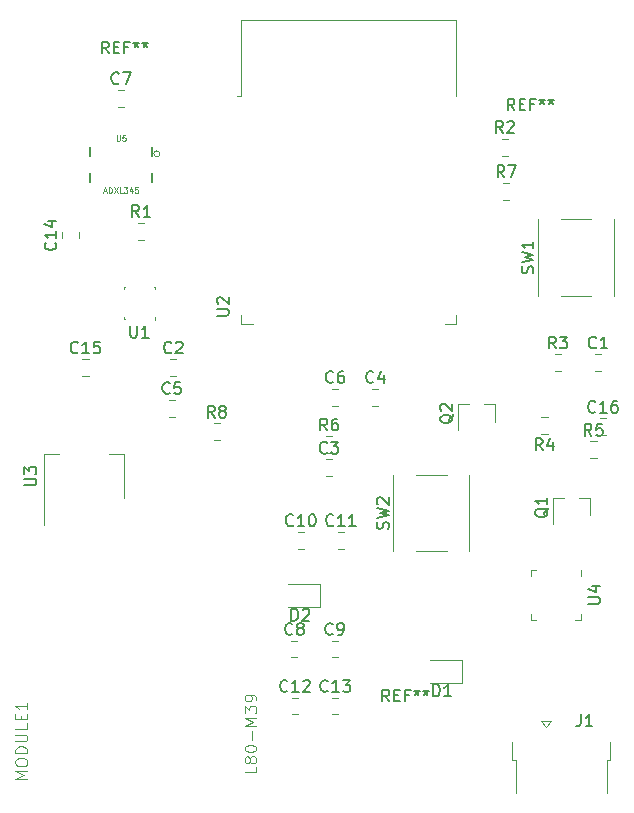
<source format=gto>
G04 #@! TF.GenerationSoftware,KiCad,Pcbnew,(5.0.1-3-g963ef8bb5)*
G04 #@! TF.CreationDate,2019-10-19T22:42:43+03:00*
G04 #@! TF.ProjectId,kangal-bcu,6B616E67616C2D6263752E6B69636164,rev?*
G04 #@! TF.SameCoordinates,Original*
G04 #@! TF.FileFunction,Legend,Top*
G04 #@! TF.FilePolarity,Positive*
%FSLAX46Y46*%
G04 Gerber Fmt 4.6, Leading zero omitted, Abs format (unit mm)*
G04 Created by KiCad (PCBNEW (5.0.1-3-g963ef8bb5)) date 2019 October 19, Saturday 22:42:43*
%MOMM*%
%LPD*%
G01*
G04 APERTURE LIST*
%ADD10C,0.120000*%
%ADD11C,0.100000*%
%ADD12C,0.203200*%
%ADD13C,0.150000*%
%ADD14C,0.050000*%
G04 APERTURE END LIST*
D10*
G04 #@! TO.C,C1*
X222657423Y-78811501D02*
X223174579Y-78811501D01*
X222657423Y-80231501D02*
X223174579Y-80231501D01*
G04 #@! TO.C,C2*
X186685422Y-80656500D02*
X187202578Y-80656500D01*
X186685422Y-79236500D02*
X187202578Y-79236500D01*
G04 #@! TO.C,C3*
X199879423Y-89126501D02*
X200396579Y-89126501D01*
X199879423Y-87706501D02*
X200396579Y-87706501D01*
G04 #@! TO.C,C4*
X203804923Y-81741501D02*
X204322079Y-81741501D01*
X203804923Y-83161501D02*
X204322079Y-83161501D01*
G04 #@! TO.C,C5*
X186558422Y-82665500D02*
X187075578Y-82665500D01*
X186558422Y-84085500D02*
X187075578Y-84085500D01*
G04 #@! TO.C,C6*
X200394923Y-83161501D02*
X200912079Y-83161501D01*
X200394923Y-81741501D02*
X200912079Y-81741501D01*
G04 #@! TO.C,C7*
X182240422Y-56440000D02*
X182757578Y-56440000D01*
X182240422Y-57860000D02*
X182757578Y-57860000D01*
G04 #@! TO.C,C8*
X196941423Y-104482001D02*
X197458579Y-104482001D01*
X196941423Y-103062001D02*
X197458579Y-103062001D01*
G04 #@! TO.C,C9*
X200351423Y-103062001D02*
X200868579Y-103062001D01*
X200351423Y-104482001D02*
X200868579Y-104482001D01*
G04 #@! TO.C,C10*
X197474923Y-95274501D02*
X197992079Y-95274501D01*
X197474923Y-93854501D02*
X197992079Y-93854501D01*
G04 #@! TO.C,C11*
X200884923Y-93854501D02*
X201402079Y-93854501D01*
X200884923Y-95274501D02*
X201402079Y-95274501D01*
G04 #@! TO.C,C12*
X196992423Y-107888001D02*
X197509579Y-107888001D01*
X196992423Y-109308001D02*
X197509579Y-109308001D01*
G04 #@! TO.C,C13*
X200402423Y-109308001D02*
X200919579Y-109308001D01*
X200402423Y-107888001D02*
X200919579Y-107888001D01*
G04 #@! TO.C,C14*
X178954500Y-68980578D02*
X178954500Y-68463422D01*
X177534500Y-68980578D02*
X177534500Y-68463422D01*
G04 #@! TO.C,C15*
X179255922Y-80656500D02*
X179773078Y-80656500D01*
X179255922Y-79236500D02*
X179773078Y-79236500D01*
G04 #@! TO.C,C16*
X223075923Y-84249001D02*
X223593079Y-84249001D01*
X223075923Y-85669001D02*
X223593079Y-85669001D01*
G04 #@! TO.C,D1*
X208677000Y-106624000D02*
X211362000Y-106624000D01*
X211362000Y-106624000D02*
X211362000Y-104704000D01*
X211362000Y-104704000D02*
X208677000Y-104704000D01*
G04 #@! TO.C,D2*
X196687499Y-100215999D02*
X199372499Y-100215999D01*
X199372499Y-100215999D02*
X199372499Y-98295999D01*
X199372499Y-98295999D02*
X196687499Y-98295999D01*
G04 #@! TO.C,J1*
X215662000Y-113155500D02*
X215662000Y-111605500D01*
X215662000Y-113155500D02*
X215962000Y-113155500D01*
X215962000Y-115955500D02*
X215962000Y-113155500D01*
X223962000Y-113155500D02*
X223962000Y-111605500D01*
X223662000Y-113155500D02*
X223962000Y-113155500D01*
X223662000Y-115955500D02*
X223662000Y-113155500D01*
X218912000Y-109905500D02*
X218512000Y-110355500D01*
X218112000Y-109905500D02*
X218912000Y-109905500D01*
X218512000Y-110355500D02*
X218112000Y-109905500D01*
G04 #@! TO.C,Q1*
X222242500Y-90997500D02*
X222242500Y-92457500D01*
X219082500Y-90997500D02*
X219082500Y-93157500D01*
X219082500Y-90997500D02*
X220012500Y-90997500D01*
X222242500Y-90997500D02*
X221312500Y-90997500D01*
G04 #@! TO.C,Q2*
X214178000Y-83060000D02*
X213248000Y-83060000D01*
X211018000Y-83060000D02*
X211948000Y-83060000D01*
X211018000Y-83060000D02*
X211018000Y-85220000D01*
X214178000Y-83060000D02*
X214178000Y-84520000D01*
G04 #@! TO.C,R1*
X183954922Y-69099500D02*
X184472078Y-69099500D01*
X183954922Y-67679500D02*
X184472078Y-67679500D01*
G04 #@! TO.C,R2*
X214752422Y-60567500D02*
X215269578Y-60567500D01*
X214752422Y-61987500D02*
X215269578Y-61987500D01*
G04 #@! TO.C,R3*
X219247423Y-80231501D02*
X219764579Y-80231501D01*
X219247423Y-78811501D02*
X219764579Y-78811501D01*
G04 #@! TO.C,R4*
X218635078Y-85546000D02*
X218117922Y-85546000D01*
X218635078Y-84126000D02*
X218117922Y-84126000D01*
G04 #@! TO.C,R5*
X222265923Y-86199001D02*
X222783079Y-86199001D01*
X222265923Y-87619001D02*
X222783079Y-87619001D01*
G04 #@! TO.C,R6*
X199879423Y-87176501D02*
X200396579Y-87176501D01*
X199879423Y-85756501D02*
X200396579Y-85756501D01*
G04 #@! TO.C,R7*
X214894422Y-64314000D02*
X215411578Y-64314000D01*
X214894422Y-65734000D02*
X215411578Y-65734000D01*
G04 #@! TO.C,R8*
X190357423Y-86092001D02*
X190874579Y-86092001D01*
X190357423Y-84672001D02*
X190874579Y-84672001D01*
G04 #@! TO.C,SW1*
X224273500Y-73842000D02*
X224273500Y-67382000D01*
X219743500Y-73842000D02*
X222343500Y-73842000D01*
X217813500Y-73842000D02*
X217813500Y-67382000D01*
X219743500Y-67382000D02*
X222343500Y-67382000D01*
X217843500Y-73842000D02*
X217813500Y-73842000D01*
X224273500Y-73842000D02*
X224243500Y-73842000D01*
X224273500Y-67382000D02*
X224243500Y-67382000D01*
X217813500Y-67382000D02*
X217843500Y-67382000D01*
G04 #@! TO.C,SW2*
X205558000Y-89035500D02*
X205588000Y-89035500D01*
X212018000Y-89035500D02*
X211988000Y-89035500D01*
X212018000Y-95495500D02*
X211988000Y-95495500D01*
X205588000Y-95495500D02*
X205558000Y-95495500D01*
X207488000Y-89035500D02*
X210088000Y-89035500D01*
X205558000Y-95495500D02*
X205558000Y-89035500D01*
X207488000Y-95495500D02*
X210088000Y-95495500D01*
X212018000Y-95495500D02*
X212018000Y-89035500D01*
D11*
G04 #@! TO.C,U1*
X185436500Y-73125500D02*
X185286500Y-73125500D01*
X185436500Y-73135500D02*
X185436500Y-73285500D01*
X182736500Y-73135500D02*
X182736500Y-73285500D01*
X182736500Y-73135500D02*
X182886500Y-73135500D01*
X182886500Y-75835500D02*
X182736500Y-75835500D01*
X182736500Y-75835500D02*
X182736500Y-75685500D01*
X185436500Y-75685500D02*
X185436500Y-75935500D01*
D10*
G04 #@! TO.C,U2*
X192683000Y-75457500D02*
X192683000Y-76237500D01*
X192683000Y-76237500D02*
X193683000Y-76237500D01*
X210923000Y-75457500D02*
X210923000Y-76237500D01*
X210923000Y-76237500D02*
X209923000Y-76237500D01*
X192683000Y-50492500D02*
X210923000Y-50492500D01*
X210923000Y-50492500D02*
X210923000Y-56912500D01*
X192683000Y-50492500D02*
X192683000Y-56912500D01*
X192683000Y-56912500D02*
X192303000Y-56912500D01*
G04 #@! TO.C,U3*
X182797500Y-87244000D02*
X181537500Y-87244000D01*
X175977500Y-87244000D02*
X177237500Y-87244000D01*
X182797500Y-91004000D02*
X182797500Y-87244000D01*
X175977500Y-93254000D02*
X175977500Y-87244000D01*
G04 #@! TO.C,U4*
X221439000Y-100822000D02*
X221439000Y-101297000D01*
X221439000Y-101297000D02*
X220964000Y-101297000D01*
X217219000Y-97552000D02*
X217219000Y-97077000D01*
X217219000Y-97077000D02*
X217694000Y-97077000D01*
X217219000Y-100822000D02*
X217219000Y-101297000D01*
X217219000Y-101297000D02*
X217694000Y-101297000D01*
X221439000Y-97552000D02*
X221439000Y-97077000D01*
D12*
G04 #@! TO.C,U5*
X185145000Y-61233100D02*
X185145000Y-62033100D01*
X185145000Y-63433100D02*
X185145000Y-64233100D01*
X179891000Y-64233100D02*
X179891000Y-63433100D01*
X179891000Y-62033100D02*
X179891000Y-61233100D01*
D11*
X185804000Y-61844100D02*
G75*
G03X185804000Y-61844100I-254000J0D01*
G01*
G04 #@! TO.C,C1*
D13*
X222749334Y-78228643D02*
X222701715Y-78276262D01*
X222558858Y-78323881D01*
X222463620Y-78323881D01*
X222320762Y-78276262D01*
X222225524Y-78181024D01*
X222177905Y-78085786D01*
X222130286Y-77895310D01*
X222130286Y-77752453D01*
X222177905Y-77561977D01*
X222225524Y-77466739D01*
X222320762Y-77371501D01*
X222463620Y-77323881D01*
X222558858Y-77323881D01*
X222701715Y-77371501D01*
X222749334Y-77419120D01*
X223701715Y-78323881D02*
X223130286Y-78323881D01*
X223416001Y-78323881D02*
X223416001Y-77323881D01*
X223320762Y-77466739D01*
X223225524Y-77561977D01*
X223130286Y-77609596D01*
G04 #@! TO.C,C2*
X186777333Y-78653642D02*
X186729714Y-78701261D01*
X186586857Y-78748880D01*
X186491619Y-78748880D01*
X186348761Y-78701261D01*
X186253523Y-78606023D01*
X186205904Y-78510785D01*
X186158285Y-78320309D01*
X186158285Y-78177452D01*
X186205904Y-77986976D01*
X186253523Y-77891738D01*
X186348761Y-77796500D01*
X186491619Y-77748880D01*
X186586857Y-77748880D01*
X186729714Y-77796500D01*
X186777333Y-77844119D01*
X187158285Y-77844119D02*
X187205904Y-77796500D01*
X187301142Y-77748880D01*
X187539238Y-77748880D01*
X187634476Y-77796500D01*
X187682095Y-77844119D01*
X187729714Y-77939357D01*
X187729714Y-78034595D01*
X187682095Y-78177452D01*
X187110666Y-78748880D01*
X187729714Y-78748880D01*
G04 #@! TO.C,C3*
X199971334Y-87123643D02*
X199923715Y-87171262D01*
X199780858Y-87218881D01*
X199685620Y-87218881D01*
X199542762Y-87171262D01*
X199447524Y-87076024D01*
X199399905Y-86980786D01*
X199352286Y-86790310D01*
X199352286Y-86647453D01*
X199399905Y-86456977D01*
X199447524Y-86361739D01*
X199542762Y-86266501D01*
X199685620Y-86218881D01*
X199780858Y-86218881D01*
X199923715Y-86266501D01*
X199971334Y-86314120D01*
X200304667Y-86218881D02*
X200923715Y-86218881D01*
X200590381Y-86599834D01*
X200733239Y-86599834D01*
X200828477Y-86647453D01*
X200876096Y-86695072D01*
X200923715Y-86790310D01*
X200923715Y-87028405D01*
X200876096Y-87123643D01*
X200828477Y-87171262D01*
X200733239Y-87218881D01*
X200447524Y-87218881D01*
X200352286Y-87171262D01*
X200304667Y-87123643D01*
G04 #@! TO.C,C4*
X203896834Y-81158643D02*
X203849215Y-81206262D01*
X203706358Y-81253881D01*
X203611120Y-81253881D01*
X203468262Y-81206262D01*
X203373024Y-81111024D01*
X203325405Y-81015786D01*
X203277786Y-80825310D01*
X203277786Y-80682453D01*
X203325405Y-80491977D01*
X203373024Y-80396739D01*
X203468262Y-80301501D01*
X203611120Y-80253881D01*
X203706358Y-80253881D01*
X203849215Y-80301501D01*
X203896834Y-80349120D01*
X204753977Y-80587215D02*
X204753977Y-81253881D01*
X204515881Y-80206262D02*
X204277786Y-80920548D01*
X204896834Y-80920548D01*
G04 #@! TO.C,C5*
X186650333Y-82082642D02*
X186602714Y-82130261D01*
X186459857Y-82177880D01*
X186364619Y-82177880D01*
X186221761Y-82130261D01*
X186126523Y-82035023D01*
X186078904Y-81939785D01*
X186031285Y-81749309D01*
X186031285Y-81606452D01*
X186078904Y-81415976D01*
X186126523Y-81320738D01*
X186221761Y-81225500D01*
X186364619Y-81177880D01*
X186459857Y-81177880D01*
X186602714Y-81225500D01*
X186650333Y-81273119D01*
X187555095Y-81177880D02*
X187078904Y-81177880D01*
X187031285Y-81654071D01*
X187078904Y-81606452D01*
X187174142Y-81558833D01*
X187412238Y-81558833D01*
X187507476Y-81606452D01*
X187555095Y-81654071D01*
X187602714Y-81749309D01*
X187602714Y-81987404D01*
X187555095Y-82082642D01*
X187507476Y-82130261D01*
X187412238Y-82177880D01*
X187174142Y-82177880D01*
X187078904Y-82130261D01*
X187031285Y-82082642D01*
G04 #@! TO.C,C6*
X200486834Y-81158643D02*
X200439215Y-81206262D01*
X200296358Y-81253881D01*
X200201120Y-81253881D01*
X200058262Y-81206262D01*
X199963024Y-81111024D01*
X199915405Y-81015786D01*
X199867786Y-80825310D01*
X199867786Y-80682453D01*
X199915405Y-80491977D01*
X199963024Y-80396739D01*
X200058262Y-80301501D01*
X200201120Y-80253881D01*
X200296358Y-80253881D01*
X200439215Y-80301501D01*
X200486834Y-80349120D01*
X201343977Y-80253881D02*
X201153501Y-80253881D01*
X201058262Y-80301501D01*
X201010643Y-80349120D01*
X200915405Y-80491977D01*
X200867786Y-80682453D01*
X200867786Y-81063405D01*
X200915405Y-81158643D01*
X200963024Y-81206262D01*
X201058262Y-81253881D01*
X201248739Y-81253881D01*
X201343977Y-81206262D01*
X201391596Y-81158643D01*
X201439215Y-81063405D01*
X201439215Y-80825310D01*
X201391596Y-80730072D01*
X201343977Y-80682453D01*
X201248739Y-80634834D01*
X201058262Y-80634834D01*
X200963024Y-80682453D01*
X200915405Y-80730072D01*
X200867786Y-80825310D01*
G04 #@! TO.C,C7*
X182332333Y-55857142D02*
X182284714Y-55904761D01*
X182141857Y-55952380D01*
X182046619Y-55952380D01*
X181903761Y-55904761D01*
X181808523Y-55809523D01*
X181760904Y-55714285D01*
X181713285Y-55523809D01*
X181713285Y-55380952D01*
X181760904Y-55190476D01*
X181808523Y-55095238D01*
X181903761Y-55000000D01*
X182046619Y-54952380D01*
X182141857Y-54952380D01*
X182284714Y-55000000D01*
X182332333Y-55047619D01*
X182665666Y-54952380D02*
X183332333Y-54952380D01*
X182903761Y-55952380D01*
G04 #@! TO.C,C8*
X197033334Y-102479143D02*
X196985715Y-102526762D01*
X196842858Y-102574381D01*
X196747620Y-102574381D01*
X196604762Y-102526762D01*
X196509524Y-102431524D01*
X196461905Y-102336286D01*
X196414286Y-102145810D01*
X196414286Y-102002953D01*
X196461905Y-101812477D01*
X196509524Y-101717239D01*
X196604762Y-101622001D01*
X196747620Y-101574381D01*
X196842858Y-101574381D01*
X196985715Y-101622001D01*
X197033334Y-101669620D01*
X197604762Y-102002953D02*
X197509524Y-101955334D01*
X197461905Y-101907715D01*
X197414286Y-101812477D01*
X197414286Y-101764858D01*
X197461905Y-101669620D01*
X197509524Y-101622001D01*
X197604762Y-101574381D01*
X197795239Y-101574381D01*
X197890477Y-101622001D01*
X197938096Y-101669620D01*
X197985715Y-101764858D01*
X197985715Y-101812477D01*
X197938096Y-101907715D01*
X197890477Y-101955334D01*
X197795239Y-102002953D01*
X197604762Y-102002953D01*
X197509524Y-102050572D01*
X197461905Y-102098191D01*
X197414286Y-102193429D01*
X197414286Y-102383905D01*
X197461905Y-102479143D01*
X197509524Y-102526762D01*
X197604762Y-102574381D01*
X197795239Y-102574381D01*
X197890477Y-102526762D01*
X197938096Y-102479143D01*
X197985715Y-102383905D01*
X197985715Y-102193429D01*
X197938096Y-102098191D01*
X197890477Y-102050572D01*
X197795239Y-102002953D01*
G04 #@! TO.C,C9*
X200443334Y-102479143D02*
X200395715Y-102526762D01*
X200252858Y-102574381D01*
X200157620Y-102574381D01*
X200014762Y-102526762D01*
X199919524Y-102431524D01*
X199871905Y-102336286D01*
X199824286Y-102145810D01*
X199824286Y-102002953D01*
X199871905Y-101812477D01*
X199919524Y-101717239D01*
X200014762Y-101622001D01*
X200157620Y-101574381D01*
X200252858Y-101574381D01*
X200395715Y-101622001D01*
X200443334Y-101669620D01*
X200919524Y-102574381D02*
X201110001Y-102574381D01*
X201205239Y-102526762D01*
X201252858Y-102479143D01*
X201348096Y-102336286D01*
X201395715Y-102145810D01*
X201395715Y-101764858D01*
X201348096Y-101669620D01*
X201300477Y-101622001D01*
X201205239Y-101574381D01*
X201014762Y-101574381D01*
X200919524Y-101622001D01*
X200871905Y-101669620D01*
X200824286Y-101764858D01*
X200824286Y-102002953D01*
X200871905Y-102098191D01*
X200919524Y-102145810D01*
X201014762Y-102193429D01*
X201205239Y-102193429D01*
X201300477Y-102145810D01*
X201348096Y-102098191D01*
X201395715Y-102002953D01*
G04 #@! TO.C,C10*
X197090643Y-93271643D02*
X197043024Y-93319262D01*
X196900167Y-93366881D01*
X196804929Y-93366881D01*
X196662072Y-93319262D01*
X196566834Y-93224024D01*
X196519215Y-93128786D01*
X196471596Y-92938310D01*
X196471596Y-92795453D01*
X196519215Y-92604977D01*
X196566834Y-92509739D01*
X196662072Y-92414501D01*
X196804929Y-92366881D01*
X196900167Y-92366881D01*
X197043024Y-92414501D01*
X197090643Y-92462120D01*
X198043024Y-93366881D02*
X197471596Y-93366881D01*
X197757310Y-93366881D02*
X197757310Y-92366881D01*
X197662072Y-92509739D01*
X197566834Y-92604977D01*
X197471596Y-92652596D01*
X198662072Y-92366881D02*
X198757310Y-92366881D01*
X198852548Y-92414501D01*
X198900167Y-92462120D01*
X198947786Y-92557358D01*
X198995405Y-92747834D01*
X198995405Y-92985929D01*
X198947786Y-93176405D01*
X198900167Y-93271643D01*
X198852548Y-93319262D01*
X198757310Y-93366881D01*
X198662072Y-93366881D01*
X198566834Y-93319262D01*
X198519215Y-93271643D01*
X198471596Y-93176405D01*
X198423977Y-92985929D01*
X198423977Y-92747834D01*
X198471596Y-92557358D01*
X198519215Y-92462120D01*
X198566834Y-92414501D01*
X198662072Y-92366881D01*
G04 #@! TO.C,C11*
X200500643Y-93271643D02*
X200453024Y-93319262D01*
X200310167Y-93366881D01*
X200214929Y-93366881D01*
X200072072Y-93319262D01*
X199976834Y-93224024D01*
X199929215Y-93128786D01*
X199881596Y-92938310D01*
X199881596Y-92795453D01*
X199929215Y-92604977D01*
X199976834Y-92509739D01*
X200072072Y-92414501D01*
X200214929Y-92366881D01*
X200310167Y-92366881D01*
X200453024Y-92414501D01*
X200500643Y-92462120D01*
X201453024Y-93366881D02*
X200881596Y-93366881D01*
X201167310Y-93366881D02*
X201167310Y-92366881D01*
X201072072Y-92509739D01*
X200976834Y-92604977D01*
X200881596Y-92652596D01*
X202405405Y-93366881D02*
X201833977Y-93366881D01*
X202119691Y-93366881D02*
X202119691Y-92366881D01*
X202024453Y-92509739D01*
X201929215Y-92604977D01*
X201833977Y-92652596D01*
G04 #@! TO.C,C12*
X196608143Y-107305143D02*
X196560524Y-107352762D01*
X196417667Y-107400381D01*
X196322429Y-107400381D01*
X196179572Y-107352762D01*
X196084334Y-107257524D01*
X196036715Y-107162286D01*
X195989096Y-106971810D01*
X195989096Y-106828953D01*
X196036715Y-106638477D01*
X196084334Y-106543239D01*
X196179572Y-106448001D01*
X196322429Y-106400381D01*
X196417667Y-106400381D01*
X196560524Y-106448001D01*
X196608143Y-106495620D01*
X197560524Y-107400381D02*
X196989096Y-107400381D01*
X197274810Y-107400381D02*
X197274810Y-106400381D01*
X197179572Y-106543239D01*
X197084334Y-106638477D01*
X196989096Y-106686096D01*
X197941477Y-106495620D02*
X197989096Y-106448001D01*
X198084334Y-106400381D01*
X198322429Y-106400381D01*
X198417667Y-106448001D01*
X198465286Y-106495620D01*
X198512905Y-106590858D01*
X198512905Y-106686096D01*
X198465286Y-106828953D01*
X197893858Y-107400381D01*
X198512905Y-107400381D01*
G04 #@! TO.C,C13*
X200018143Y-107305143D02*
X199970524Y-107352762D01*
X199827667Y-107400381D01*
X199732429Y-107400381D01*
X199589572Y-107352762D01*
X199494334Y-107257524D01*
X199446715Y-107162286D01*
X199399096Y-106971810D01*
X199399096Y-106828953D01*
X199446715Y-106638477D01*
X199494334Y-106543239D01*
X199589572Y-106448001D01*
X199732429Y-106400381D01*
X199827667Y-106400381D01*
X199970524Y-106448001D01*
X200018143Y-106495620D01*
X200970524Y-107400381D02*
X200399096Y-107400381D01*
X200684810Y-107400381D02*
X200684810Y-106400381D01*
X200589572Y-106543239D01*
X200494334Y-106638477D01*
X200399096Y-106686096D01*
X201303858Y-106400381D02*
X201922905Y-106400381D01*
X201589572Y-106781334D01*
X201732429Y-106781334D01*
X201827667Y-106828953D01*
X201875286Y-106876572D01*
X201922905Y-106971810D01*
X201922905Y-107209905D01*
X201875286Y-107305143D01*
X201827667Y-107352762D01*
X201732429Y-107400381D01*
X201446715Y-107400381D01*
X201351477Y-107352762D01*
X201303858Y-107305143D01*
G04 #@! TO.C,C14*
X176951642Y-69364857D02*
X176999261Y-69412476D01*
X177046880Y-69555333D01*
X177046880Y-69650571D01*
X176999261Y-69793428D01*
X176904023Y-69888666D01*
X176808785Y-69936285D01*
X176618309Y-69983904D01*
X176475452Y-69983904D01*
X176284976Y-69936285D01*
X176189738Y-69888666D01*
X176094500Y-69793428D01*
X176046880Y-69650571D01*
X176046880Y-69555333D01*
X176094500Y-69412476D01*
X176142119Y-69364857D01*
X177046880Y-68412476D02*
X177046880Y-68983904D01*
X177046880Y-68698190D02*
X176046880Y-68698190D01*
X176189738Y-68793428D01*
X176284976Y-68888666D01*
X176332595Y-68983904D01*
X176380214Y-67555333D02*
X177046880Y-67555333D01*
X175999261Y-67793428D02*
X176713547Y-68031523D01*
X176713547Y-67412476D01*
G04 #@! TO.C,C15*
X178871642Y-78653642D02*
X178824023Y-78701261D01*
X178681166Y-78748880D01*
X178585928Y-78748880D01*
X178443071Y-78701261D01*
X178347833Y-78606023D01*
X178300214Y-78510785D01*
X178252595Y-78320309D01*
X178252595Y-78177452D01*
X178300214Y-77986976D01*
X178347833Y-77891738D01*
X178443071Y-77796500D01*
X178585928Y-77748880D01*
X178681166Y-77748880D01*
X178824023Y-77796500D01*
X178871642Y-77844119D01*
X179824023Y-78748880D02*
X179252595Y-78748880D01*
X179538309Y-78748880D02*
X179538309Y-77748880D01*
X179443071Y-77891738D01*
X179347833Y-77986976D01*
X179252595Y-78034595D01*
X180728785Y-77748880D02*
X180252595Y-77748880D01*
X180204976Y-78225071D01*
X180252595Y-78177452D01*
X180347833Y-78129833D01*
X180585928Y-78129833D01*
X180681166Y-78177452D01*
X180728785Y-78225071D01*
X180776404Y-78320309D01*
X180776404Y-78558404D01*
X180728785Y-78653642D01*
X180681166Y-78701261D01*
X180585928Y-78748880D01*
X180347833Y-78748880D01*
X180252595Y-78701261D01*
X180204976Y-78653642D01*
G04 #@! TO.C,C16*
X222691643Y-83666143D02*
X222644024Y-83713762D01*
X222501167Y-83761381D01*
X222405929Y-83761381D01*
X222263072Y-83713762D01*
X222167834Y-83618524D01*
X222120215Y-83523286D01*
X222072596Y-83332810D01*
X222072596Y-83189953D01*
X222120215Y-82999477D01*
X222167834Y-82904239D01*
X222263072Y-82809001D01*
X222405929Y-82761381D01*
X222501167Y-82761381D01*
X222644024Y-82809001D01*
X222691643Y-82856620D01*
X223644024Y-83761381D02*
X223072596Y-83761381D01*
X223358310Y-83761381D02*
X223358310Y-82761381D01*
X223263072Y-82904239D01*
X223167834Y-82999477D01*
X223072596Y-83047096D01*
X224501167Y-82761381D02*
X224310691Y-82761381D01*
X224215453Y-82809001D01*
X224167834Y-82856620D01*
X224072596Y-82999477D01*
X224024977Y-83189953D01*
X224024977Y-83570905D01*
X224072596Y-83666143D01*
X224120215Y-83713762D01*
X224215453Y-83761381D01*
X224405929Y-83761381D01*
X224501167Y-83713762D01*
X224548786Y-83666143D01*
X224596405Y-83570905D01*
X224596405Y-83332810D01*
X224548786Y-83237572D01*
X224501167Y-83189953D01*
X224405929Y-83142334D01*
X224215453Y-83142334D01*
X224120215Y-83189953D01*
X224072596Y-83237572D01*
X224024977Y-83332810D01*
G04 #@! TO.C,D1*
X208938904Y-107766380D02*
X208938904Y-106766380D01*
X209177000Y-106766380D01*
X209319857Y-106814000D01*
X209415095Y-106909238D01*
X209462714Y-107004476D01*
X209510333Y-107194952D01*
X209510333Y-107337809D01*
X209462714Y-107528285D01*
X209415095Y-107623523D01*
X209319857Y-107718761D01*
X209177000Y-107766380D01*
X208938904Y-107766380D01*
X210462714Y-107766380D02*
X209891285Y-107766380D01*
X210177000Y-107766380D02*
X210177000Y-106766380D01*
X210081761Y-106909238D01*
X209986523Y-107004476D01*
X209891285Y-107052095D01*
G04 #@! TO.C,D2*
X196949403Y-101358379D02*
X196949403Y-100358379D01*
X197187499Y-100358379D01*
X197330356Y-100405999D01*
X197425594Y-100501237D01*
X197473213Y-100596475D01*
X197520832Y-100786951D01*
X197520832Y-100929808D01*
X197473213Y-101120284D01*
X197425594Y-101215522D01*
X197330356Y-101310760D01*
X197187499Y-101358379D01*
X196949403Y-101358379D01*
X197901784Y-100453618D02*
X197949403Y-100405999D01*
X198044641Y-100358379D01*
X198282737Y-100358379D01*
X198377975Y-100405999D01*
X198425594Y-100453618D01*
X198473213Y-100548856D01*
X198473213Y-100644094D01*
X198425594Y-100786951D01*
X197854165Y-101358379D01*
X198473213Y-101358379D01*
G04 #@! TO.C,J1*
X221428666Y-109307880D02*
X221428666Y-110022166D01*
X221381047Y-110165023D01*
X221285809Y-110260261D01*
X221142952Y-110307880D01*
X221047714Y-110307880D01*
X222428666Y-110307880D02*
X221857238Y-110307880D01*
X222142952Y-110307880D02*
X222142952Y-109307880D01*
X222047714Y-109450738D01*
X221952476Y-109545976D01*
X221857238Y-109593595D01*
G04 #@! TO.C,MODULE1*
D14*
X174581958Y-114786958D02*
X173581478Y-114786958D01*
X174296106Y-114453465D01*
X173581478Y-114119971D01*
X174581958Y-114119971D01*
X173581478Y-113452985D02*
X173581478Y-113262417D01*
X173629120Y-113167133D01*
X173724403Y-113071850D01*
X173914971Y-113024208D01*
X174248464Y-113024208D01*
X174439032Y-113071850D01*
X174534316Y-113167133D01*
X174581958Y-113262417D01*
X174581958Y-113452985D01*
X174534316Y-113548269D01*
X174439032Y-113643552D01*
X174248464Y-113691194D01*
X173914971Y-113691194D01*
X173724403Y-113643552D01*
X173629120Y-113548269D01*
X173581478Y-113452985D01*
X174581958Y-112595430D02*
X173581478Y-112595430D01*
X173581478Y-112357221D01*
X173629120Y-112214295D01*
X173724403Y-112119011D01*
X173819687Y-112071370D01*
X174010255Y-112023728D01*
X174153180Y-112023728D01*
X174343748Y-112071370D01*
X174439032Y-112119011D01*
X174534316Y-112214295D01*
X174581958Y-112357221D01*
X174581958Y-112595430D01*
X173581478Y-111594950D02*
X174391390Y-111594950D01*
X174486674Y-111547309D01*
X174534316Y-111499667D01*
X174581958Y-111404383D01*
X174581958Y-111213815D01*
X174534316Y-111118531D01*
X174486674Y-111070890D01*
X174391390Y-111023248D01*
X173581478Y-111023248D01*
X174581958Y-110070410D02*
X174581958Y-110546829D01*
X173581478Y-110546829D01*
X174057897Y-109736916D02*
X174057897Y-109403423D01*
X174581958Y-109260497D02*
X174581958Y-109736916D01*
X173581478Y-109736916D01*
X173581478Y-109260497D01*
X174581958Y-108307659D02*
X174581958Y-108879362D01*
X174581958Y-108593510D02*
X173581478Y-108593510D01*
X173724403Y-108688794D01*
X173819687Y-108784078D01*
X173867329Y-108879362D01*
X193985520Y-113728030D02*
X193985520Y-114204630D01*
X192984660Y-114204630D01*
X193413600Y-113251430D02*
X193365940Y-113346750D01*
X193318280Y-113394410D01*
X193222960Y-113442070D01*
X193175300Y-113442070D01*
X193079980Y-113394410D01*
X193032320Y-113346750D01*
X192984660Y-113251430D01*
X192984660Y-113060790D01*
X193032320Y-112965470D01*
X193079980Y-112917810D01*
X193175300Y-112870150D01*
X193222960Y-112870150D01*
X193318280Y-112917810D01*
X193365940Y-112965470D01*
X193413600Y-113060790D01*
X193413600Y-113251430D01*
X193461260Y-113346750D01*
X193508920Y-113394410D01*
X193604240Y-113442070D01*
X193794880Y-113442070D01*
X193890200Y-113394410D01*
X193937860Y-113346750D01*
X193985520Y-113251430D01*
X193985520Y-113060790D01*
X193937860Y-112965470D01*
X193890200Y-112917810D01*
X193794880Y-112870150D01*
X193604240Y-112870150D01*
X193508920Y-112917810D01*
X193461260Y-112965470D01*
X193413600Y-113060790D01*
X192984660Y-112250570D02*
X192984660Y-112155250D01*
X193032320Y-112059930D01*
X193079980Y-112012270D01*
X193175300Y-111964610D01*
X193365940Y-111916950D01*
X193604240Y-111916950D01*
X193794880Y-111964610D01*
X193890200Y-112012270D01*
X193937860Y-112059930D01*
X193985520Y-112155250D01*
X193985520Y-112250570D01*
X193937860Y-112345890D01*
X193890200Y-112393550D01*
X193794880Y-112441210D01*
X193604240Y-112488870D01*
X193365940Y-112488870D01*
X193175300Y-112441210D01*
X193079980Y-112393550D01*
X193032320Y-112345890D01*
X192984660Y-112250570D01*
X193604240Y-111488010D02*
X193604240Y-110725450D01*
X193985520Y-110248850D02*
X192984660Y-110248850D01*
X193699560Y-109915230D01*
X192984660Y-109581610D01*
X193985520Y-109581610D01*
X192984660Y-109200330D02*
X192984660Y-108580750D01*
X193365940Y-108914370D01*
X193365940Y-108771390D01*
X193413600Y-108676070D01*
X193461260Y-108628410D01*
X193556580Y-108580750D01*
X193794880Y-108580750D01*
X193890200Y-108628410D01*
X193937860Y-108676070D01*
X193985520Y-108771390D01*
X193985520Y-109057350D01*
X193937860Y-109152670D01*
X193890200Y-109200330D01*
X193985520Y-108104150D02*
X193985520Y-107913510D01*
X193937860Y-107818190D01*
X193890200Y-107770530D01*
X193747220Y-107675210D01*
X193556580Y-107627550D01*
X193175300Y-107627550D01*
X193079980Y-107675210D01*
X193032320Y-107722870D01*
X192984660Y-107818190D01*
X192984660Y-108008830D01*
X193032320Y-108104150D01*
X193079980Y-108151810D01*
X193175300Y-108199470D01*
X193413600Y-108199470D01*
X193508920Y-108151810D01*
X193556580Y-108104150D01*
X193604240Y-108008830D01*
X193604240Y-107818190D01*
X193556580Y-107722870D01*
X193508920Y-107675210D01*
X193413600Y-107627550D01*
G04 #@! TO.C,Q1*
D13*
X218710119Y-91852738D02*
X218662500Y-91947976D01*
X218567261Y-92043214D01*
X218424404Y-92186071D01*
X218376785Y-92281309D01*
X218376785Y-92376547D01*
X218614880Y-92328928D02*
X218567261Y-92424166D01*
X218472023Y-92519404D01*
X218281547Y-92567023D01*
X217948214Y-92567023D01*
X217757738Y-92519404D01*
X217662500Y-92424166D01*
X217614880Y-92328928D01*
X217614880Y-92138452D01*
X217662500Y-92043214D01*
X217757738Y-91947976D01*
X217948214Y-91900357D01*
X218281547Y-91900357D01*
X218472023Y-91947976D01*
X218567261Y-92043214D01*
X218614880Y-92138452D01*
X218614880Y-92328928D01*
X218614880Y-90947976D02*
X218614880Y-91519404D01*
X218614880Y-91233690D02*
X217614880Y-91233690D01*
X217757738Y-91328928D01*
X217852976Y-91424166D01*
X217900595Y-91519404D01*
G04 #@! TO.C,Q2*
X210645619Y-83915238D02*
X210598000Y-84010476D01*
X210502761Y-84105714D01*
X210359904Y-84248571D01*
X210312285Y-84343809D01*
X210312285Y-84439047D01*
X210550380Y-84391428D02*
X210502761Y-84486666D01*
X210407523Y-84581904D01*
X210217047Y-84629523D01*
X209883714Y-84629523D01*
X209693238Y-84581904D01*
X209598000Y-84486666D01*
X209550380Y-84391428D01*
X209550380Y-84200952D01*
X209598000Y-84105714D01*
X209693238Y-84010476D01*
X209883714Y-83962857D01*
X210217047Y-83962857D01*
X210407523Y-84010476D01*
X210502761Y-84105714D01*
X210550380Y-84200952D01*
X210550380Y-84391428D01*
X209645619Y-83581904D02*
X209598000Y-83534285D01*
X209550380Y-83439047D01*
X209550380Y-83200952D01*
X209598000Y-83105714D01*
X209645619Y-83058095D01*
X209740857Y-83010476D01*
X209836095Y-83010476D01*
X209978952Y-83058095D01*
X210550380Y-83629523D01*
X210550380Y-83010476D01*
G04 #@! TO.C,R1*
X184046833Y-67191880D02*
X183713500Y-66715690D01*
X183475404Y-67191880D02*
X183475404Y-66191880D01*
X183856357Y-66191880D01*
X183951595Y-66239500D01*
X183999214Y-66287119D01*
X184046833Y-66382357D01*
X184046833Y-66525214D01*
X183999214Y-66620452D01*
X183951595Y-66668071D01*
X183856357Y-66715690D01*
X183475404Y-66715690D01*
X184999214Y-67191880D02*
X184427785Y-67191880D01*
X184713500Y-67191880D02*
X184713500Y-66191880D01*
X184618261Y-66334738D01*
X184523023Y-66429976D01*
X184427785Y-66477595D01*
G04 #@! TO.C,R2*
X214844333Y-60079880D02*
X214511000Y-59603690D01*
X214272904Y-60079880D02*
X214272904Y-59079880D01*
X214653857Y-59079880D01*
X214749095Y-59127500D01*
X214796714Y-59175119D01*
X214844333Y-59270357D01*
X214844333Y-59413214D01*
X214796714Y-59508452D01*
X214749095Y-59556071D01*
X214653857Y-59603690D01*
X214272904Y-59603690D01*
X215225285Y-59175119D02*
X215272904Y-59127500D01*
X215368142Y-59079880D01*
X215606238Y-59079880D01*
X215701476Y-59127500D01*
X215749095Y-59175119D01*
X215796714Y-59270357D01*
X215796714Y-59365595D01*
X215749095Y-59508452D01*
X215177666Y-60079880D01*
X215796714Y-60079880D01*
G04 #@! TO.C,R3*
X219339334Y-78323881D02*
X219006001Y-77847691D01*
X218767905Y-78323881D02*
X218767905Y-77323881D01*
X219148858Y-77323881D01*
X219244096Y-77371501D01*
X219291715Y-77419120D01*
X219339334Y-77514358D01*
X219339334Y-77657215D01*
X219291715Y-77752453D01*
X219244096Y-77800072D01*
X219148858Y-77847691D01*
X218767905Y-77847691D01*
X219672667Y-77323881D02*
X220291715Y-77323881D01*
X219958381Y-77704834D01*
X220101239Y-77704834D01*
X220196477Y-77752453D01*
X220244096Y-77800072D01*
X220291715Y-77895310D01*
X220291715Y-78133405D01*
X220244096Y-78228643D01*
X220196477Y-78276262D01*
X220101239Y-78323881D01*
X219815524Y-78323881D01*
X219720286Y-78276262D01*
X219672667Y-78228643D01*
G04 #@! TO.C,R4*
X218209833Y-86938380D02*
X217876500Y-86462190D01*
X217638404Y-86938380D02*
X217638404Y-85938380D01*
X218019357Y-85938380D01*
X218114595Y-85986000D01*
X218162214Y-86033619D01*
X218209833Y-86128857D01*
X218209833Y-86271714D01*
X218162214Y-86366952D01*
X218114595Y-86414571D01*
X218019357Y-86462190D01*
X217638404Y-86462190D01*
X219066976Y-86271714D02*
X219066976Y-86938380D01*
X218828880Y-85890761D02*
X218590785Y-86605047D01*
X219209833Y-86605047D01*
G04 #@! TO.C,R5*
X222357834Y-85711381D02*
X222024501Y-85235191D01*
X221786405Y-85711381D02*
X221786405Y-84711381D01*
X222167358Y-84711381D01*
X222262596Y-84759001D01*
X222310215Y-84806620D01*
X222357834Y-84901858D01*
X222357834Y-85044715D01*
X222310215Y-85139953D01*
X222262596Y-85187572D01*
X222167358Y-85235191D01*
X221786405Y-85235191D01*
X223262596Y-84711381D02*
X222786405Y-84711381D01*
X222738786Y-85187572D01*
X222786405Y-85139953D01*
X222881643Y-85092334D01*
X223119739Y-85092334D01*
X223214977Y-85139953D01*
X223262596Y-85187572D01*
X223310215Y-85282810D01*
X223310215Y-85520905D01*
X223262596Y-85616143D01*
X223214977Y-85663762D01*
X223119739Y-85711381D01*
X222881643Y-85711381D01*
X222786405Y-85663762D01*
X222738786Y-85616143D01*
G04 #@! TO.C,R6*
X199971334Y-85268881D02*
X199638001Y-84792691D01*
X199399905Y-85268881D02*
X199399905Y-84268881D01*
X199780858Y-84268881D01*
X199876096Y-84316501D01*
X199923715Y-84364120D01*
X199971334Y-84459358D01*
X199971334Y-84602215D01*
X199923715Y-84697453D01*
X199876096Y-84745072D01*
X199780858Y-84792691D01*
X199399905Y-84792691D01*
X200828477Y-84268881D02*
X200638001Y-84268881D01*
X200542762Y-84316501D01*
X200495143Y-84364120D01*
X200399905Y-84506977D01*
X200352286Y-84697453D01*
X200352286Y-85078405D01*
X200399905Y-85173643D01*
X200447524Y-85221262D01*
X200542762Y-85268881D01*
X200733239Y-85268881D01*
X200828477Y-85221262D01*
X200876096Y-85173643D01*
X200923715Y-85078405D01*
X200923715Y-84840310D01*
X200876096Y-84745072D01*
X200828477Y-84697453D01*
X200733239Y-84649834D01*
X200542762Y-84649834D01*
X200447524Y-84697453D01*
X200399905Y-84745072D01*
X200352286Y-84840310D01*
G04 #@! TO.C,R7*
X214986333Y-63826380D02*
X214653000Y-63350190D01*
X214414904Y-63826380D02*
X214414904Y-62826380D01*
X214795857Y-62826380D01*
X214891095Y-62874000D01*
X214938714Y-62921619D01*
X214986333Y-63016857D01*
X214986333Y-63159714D01*
X214938714Y-63254952D01*
X214891095Y-63302571D01*
X214795857Y-63350190D01*
X214414904Y-63350190D01*
X215319666Y-62826380D02*
X215986333Y-62826380D01*
X215557761Y-63826380D01*
G04 #@! TO.C,R8*
X190449334Y-84184381D02*
X190116001Y-83708191D01*
X189877905Y-84184381D02*
X189877905Y-83184381D01*
X190258858Y-83184381D01*
X190354096Y-83232001D01*
X190401715Y-83279620D01*
X190449334Y-83374858D01*
X190449334Y-83517715D01*
X190401715Y-83612953D01*
X190354096Y-83660572D01*
X190258858Y-83708191D01*
X189877905Y-83708191D01*
X191020762Y-83612953D02*
X190925524Y-83565334D01*
X190877905Y-83517715D01*
X190830286Y-83422477D01*
X190830286Y-83374858D01*
X190877905Y-83279620D01*
X190925524Y-83232001D01*
X191020762Y-83184381D01*
X191211239Y-83184381D01*
X191306477Y-83232001D01*
X191354096Y-83279620D01*
X191401715Y-83374858D01*
X191401715Y-83422477D01*
X191354096Y-83517715D01*
X191306477Y-83565334D01*
X191211239Y-83612953D01*
X191020762Y-83612953D01*
X190925524Y-83660572D01*
X190877905Y-83708191D01*
X190830286Y-83803429D01*
X190830286Y-83993905D01*
X190877905Y-84089143D01*
X190925524Y-84136762D01*
X191020762Y-84184381D01*
X191211239Y-84184381D01*
X191306477Y-84136762D01*
X191354096Y-84089143D01*
X191401715Y-83993905D01*
X191401715Y-83803429D01*
X191354096Y-83708191D01*
X191306477Y-83660572D01*
X191211239Y-83612953D01*
G04 #@! TO.C,SW1*
X217398261Y-71945333D02*
X217445880Y-71802476D01*
X217445880Y-71564380D01*
X217398261Y-71469142D01*
X217350642Y-71421523D01*
X217255404Y-71373904D01*
X217160166Y-71373904D01*
X217064928Y-71421523D01*
X217017309Y-71469142D01*
X216969690Y-71564380D01*
X216922071Y-71754857D01*
X216874452Y-71850095D01*
X216826833Y-71897714D01*
X216731595Y-71945333D01*
X216636357Y-71945333D01*
X216541119Y-71897714D01*
X216493500Y-71850095D01*
X216445880Y-71754857D01*
X216445880Y-71516761D01*
X216493500Y-71373904D01*
X216445880Y-71040571D02*
X217445880Y-70802476D01*
X216731595Y-70612000D01*
X217445880Y-70421523D01*
X216445880Y-70183428D01*
X217445880Y-69278666D02*
X217445880Y-69850095D01*
X217445880Y-69564380D02*
X216445880Y-69564380D01*
X216588738Y-69659619D01*
X216683976Y-69754857D01*
X216731595Y-69850095D01*
G04 #@! TO.C,SW2*
X205142761Y-93598833D02*
X205190380Y-93455976D01*
X205190380Y-93217880D01*
X205142761Y-93122642D01*
X205095142Y-93075023D01*
X204999904Y-93027404D01*
X204904666Y-93027404D01*
X204809428Y-93075023D01*
X204761809Y-93122642D01*
X204714190Y-93217880D01*
X204666571Y-93408357D01*
X204618952Y-93503595D01*
X204571333Y-93551214D01*
X204476095Y-93598833D01*
X204380857Y-93598833D01*
X204285619Y-93551214D01*
X204238000Y-93503595D01*
X204190380Y-93408357D01*
X204190380Y-93170261D01*
X204238000Y-93027404D01*
X204190380Y-92694071D02*
X205190380Y-92455976D01*
X204476095Y-92265500D01*
X205190380Y-92075023D01*
X204190380Y-91836928D01*
X204285619Y-91503595D02*
X204238000Y-91455976D01*
X204190380Y-91360738D01*
X204190380Y-91122642D01*
X204238000Y-91027404D01*
X204285619Y-90979785D01*
X204380857Y-90932166D01*
X204476095Y-90932166D01*
X204618952Y-90979785D01*
X205190380Y-91551214D01*
X205190380Y-90932166D01*
G04 #@! TO.C,U1*
X183309595Y-76402880D02*
X183309595Y-77212404D01*
X183357214Y-77307642D01*
X183404833Y-77355261D01*
X183500071Y-77402880D01*
X183690547Y-77402880D01*
X183785785Y-77355261D01*
X183833404Y-77307642D01*
X183881023Y-77212404D01*
X183881023Y-76402880D01*
X184881023Y-77402880D02*
X184309595Y-77402880D01*
X184595309Y-77402880D02*
X184595309Y-76402880D01*
X184500071Y-76545738D01*
X184404833Y-76640976D01*
X184309595Y-76688595D01*
G04 #@! TO.C,U2*
X190645380Y-75549404D02*
X191454904Y-75549404D01*
X191550142Y-75501785D01*
X191597761Y-75454166D01*
X191645380Y-75358928D01*
X191645380Y-75168452D01*
X191597761Y-75073214D01*
X191550142Y-75025595D01*
X191454904Y-74977976D01*
X190645380Y-74977976D01*
X190740619Y-74549404D02*
X190693000Y-74501785D01*
X190645380Y-74406547D01*
X190645380Y-74168452D01*
X190693000Y-74073214D01*
X190740619Y-74025595D01*
X190835857Y-73977976D01*
X190931095Y-73977976D01*
X191073952Y-74025595D01*
X191645380Y-74597023D01*
X191645380Y-73977976D01*
G04 #@! TO.C,U3*
X174339880Y-89915904D02*
X175149404Y-89915904D01*
X175244642Y-89868285D01*
X175292261Y-89820666D01*
X175339880Y-89725428D01*
X175339880Y-89534952D01*
X175292261Y-89439714D01*
X175244642Y-89392095D01*
X175149404Y-89344476D01*
X174339880Y-89344476D01*
X174339880Y-88963523D02*
X174339880Y-88344476D01*
X174720833Y-88677809D01*
X174720833Y-88534952D01*
X174768452Y-88439714D01*
X174816071Y-88392095D01*
X174911309Y-88344476D01*
X175149404Y-88344476D01*
X175244642Y-88392095D01*
X175292261Y-88439714D01*
X175339880Y-88534952D01*
X175339880Y-88820666D01*
X175292261Y-88915904D01*
X175244642Y-88963523D01*
G04 #@! TO.C,U4*
X222081380Y-99948904D02*
X222890904Y-99948904D01*
X222986142Y-99901285D01*
X223033761Y-99853666D01*
X223081380Y-99758428D01*
X223081380Y-99567952D01*
X223033761Y-99472714D01*
X222986142Y-99425095D01*
X222890904Y-99377476D01*
X222081380Y-99377476D01*
X222414714Y-98472714D02*
X223081380Y-98472714D01*
X222033761Y-98710809D02*
X222748047Y-98948904D01*
X222748047Y-98329857D01*
G04 #@! TO.C,U5*
D14*
X182152285Y-60260442D02*
X182152285Y-60649014D01*
X182175142Y-60694728D01*
X182198000Y-60717585D01*
X182243714Y-60740442D01*
X182335142Y-60740442D01*
X182380857Y-60717585D01*
X182403714Y-60694728D01*
X182426571Y-60649014D01*
X182426571Y-60260442D01*
X182883714Y-60260442D02*
X182655142Y-60260442D01*
X182632285Y-60489014D01*
X182655142Y-60466157D01*
X182700857Y-60443300D01*
X182815142Y-60443300D01*
X182860857Y-60466157D01*
X182883714Y-60489014D01*
X182906571Y-60534728D01*
X182906571Y-60649014D01*
X182883714Y-60694728D01*
X182860857Y-60717585D01*
X182815142Y-60740442D01*
X182700857Y-60740442D01*
X182655142Y-60717585D01*
X182632285Y-60694728D01*
X181055142Y-65022900D02*
X181283714Y-65022900D01*
X181009428Y-65160042D02*
X181169428Y-64680042D01*
X181329428Y-65160042D01*
X181489428Y-65160042D02*
X181489428Y-64680042D01*
X181603714Y-64680042D01*
X181672285Y-64702900D01*
X181718000Y-64748614D01*
X181740857Y-64794328D01*
X181763714Y-64885757D01*
X181763714Y-64954328D01*
X181740857Y-65045757D01*
X181718000Y-65091471D01*
X181672285Y-65137185D01*
X181603714Y-65160042D01*
X181489428Y-65160042D01*
X181923714Y-64680042D02*
X182243714Y-65160042D01*
X182243714Y-64680042D02*
X181923714Y-65160042D01*
X182655142Y-65160042D02*
X182426571Y-65160042D01*
X182426571Y-64680042D01*
X182769428Y-64680042D02*
X183066571Y-64680042D01*
X182906571Y-64862900D01*
X182975142Y-64862900D01*
X183020857Y-64885757D01*
X183043714Y-64908614D01*
X183066571Y-64954328D01*
X183066571Y-65068614D01*
X183043714Y-65114328D01*
X183020857Y-65137185D01*
X182975142Y-65160042D01*
X182838000Y-65160042D01*
X182792285Y-65137185D01*
X182769428Y-65114328D01*
X183478000Y-64840042D02*
X183478000Y-65160042D01*
X183363714Y-64657185D02*
X183249428Y-65000042D01*
X183546571Y-65000042D01*
X183958000Y-64680042D02*
X183729428Y-64680042D01*
X183706571Y-64908614D01*
X183729428Y-64885757D01*
X183775142Y-64862900D01*
X183889428Y-64862900D01*
X183935142Y-64885757D01*
X183958000Y-64908614D01*
X183980857Y-64954328D01*
X183980857Y-65068614D01*
X183958000Y-65114328D01*
X183935142Y-65137185D01*
X183889428Y-65160042D01*
X183775142Y-65160042D01*
X183729428Y-65137185D01*
X183706571Y-65114328D01*
G04 #@! TO.C,REF\002A\002A*
D13*
X215836666Y-58173880D02*
X215503333Y-57697690D01*
X215265238Y-58173880D02*
X215265238Y-57173880D01*
X215646190Y-57173880D01*
X215741428Y-57221500D01*
X215789047Y-57269119D01*
X215836666Y-57364357D01*
X215836666Y-57507214D01*
X215789047Y-57602452D01*
X215741428Y-57650071D01*
X215646190Y-57697690D01*
X215265238Y-57697690D01*
X216265238Y-57650071D02*
X216598571Y-57650071D01*
X216741428Y-58173880D02*
X216265238Y-58173880D01*
X216265238Y-57173880D01*
X216741428Y-57173880D01*
X217503333Y-57650071D02*
X217170000Y-57650071D01*
X217170000Y-58173880D02*
X217170000Y-57173880D01*
X217646190Y-57173880D01*
X218170000Y-57173880D02*
X218170000Y-57411976D01*
X217931904Y-57316738D02*
X218170000Y-57411976D01*
X218408095Y-57316738D01*
X218027142Y-57602452D02*
X218170000Y-57411976D01*
X218312857Y-57602452D01*
X218931904Y-57173880D02*
X218931904Y-57411976D01*
X218693809Y-57316738D02*
X218931904Y-57411976D01*
X219170000Y-57316738D01*
X218789047Y-57602452D02*
X218931904Y-57411976D01*
X219074761Y-57602452D01*
X181483166Y-53347880D02*
X181149833Y-52871690D01*
X180911738Y-53347880D02*
X180911738Y-52347880D01*
X181292690Y-52347880D01*
X181387928Y-52395500D01*
X181435547Y-52443119D01*
X181483166Y-52538357D01*
X181483166Y-52681214D01*
X181435547Y-52776452D01*
X181387928Y-52824071D01*
X181292690Y-52871690D01*
X180911738Y-52871690D01*
X181911738Y-52824071D02*
X182245071Y-52824071D01*
X182387928Y-53347880D02*
X181911738Y-53347880D01*
X181911738Y-52347880D01*
X182387928Y-52347880D01*
X183149833Y-52824071D02*
X182816500Y-52824071D01*
X182816500Y-53347880D02*
X182816500Y-52347880D01*
X183292690Y-52347880D01*
X183816500Y-52347880D02*
X183816500Y-52585976D01*
X183578404Y-52490738D02*
X183816500Y-52585976D01*
X184054595Y-52490738D01*
X183673642Y-52776452D02*
X183816500Y-52585976D01*
X183959357Y-52776452D01*
X184578404Y-52347880D02*
X184578404Y-52585976D01*
X184340309Y-52490738D02*
X184578404Y-52585976D01*
X184816500Y-52490738D01*
X184435547Y-52776452D02*
X184578404Y-52585976D01*
X184721261Y-52776452D01*
X205232166Y-108202880D02*
X204898833Y-107726690D01*
X204660738Y-108202880D02*
X204660738Y-107202880D01*
X205041690Y-107202880D01*
X205136928Y-107250500D01*
X205184547Y-107298119D01*
X205232166Y-107393357D01*
X205232166Y-107536214D01*
X205184547Y-107631452D01*
X205136928Y-107679071D01*
X205041690Y-107726690D01*
X204660738Y-107726690D01*
X205660738Y-107679071D02*
X205994071Y-107679071D01*
X206136928Y-108202880D02*
X205660738Y-108202880D01*
X205660738Y-107202880D01*
X206136928Y-107202880D01*
X206898833Y-107679071D02*
X206565500Y-107679071D01*
X206565500Y-108202880D02*
X206565500Y-107202880D01*
X207041690Y-107202880D01*
X207565500Y-107202880D02*
X207565500Y-107440976D01*
X207327404Y-107345738D02*
X207565500Y-107440976D01*
X207803595Y-107345738D01*
X207422642Y-107631452D02*
X207565500Y-107440976D01*
X207708357Y-107631452D01*
X208327404Y-107202880D02*
X208327404Y-107440976D01*
X208089309Y-107345738D02*
X208327404Y-107440976D01*
X208565500Y-107345738D01*
X208184547Y-107631452D02*
X208327404Y-107440976D01*
X208470261Y-107631452D01*
G04 #@! TD*
M02*

</source>
